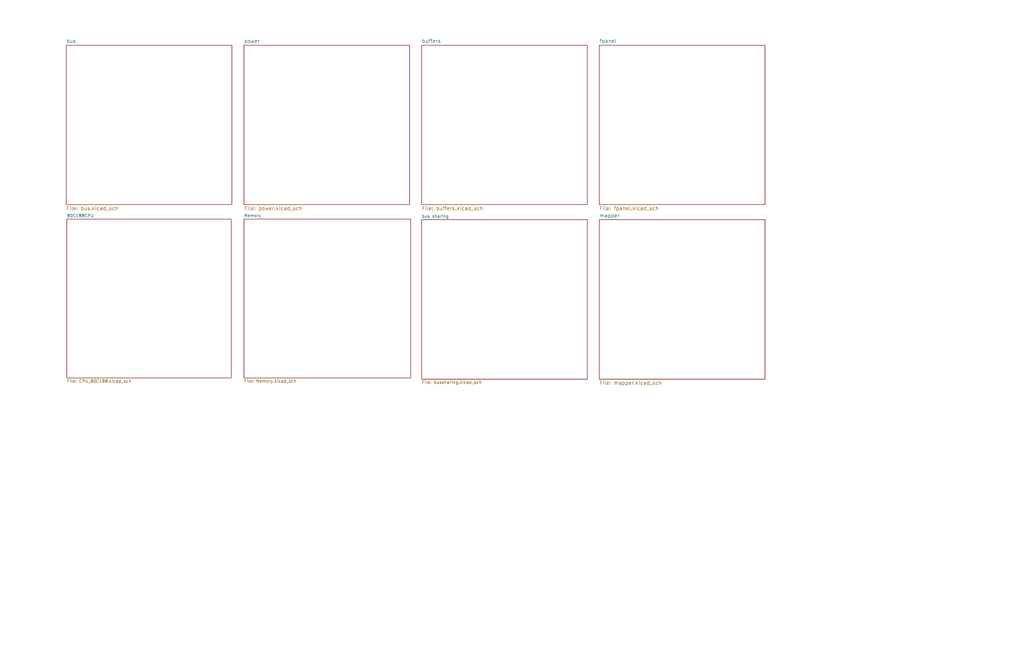
<source format=kicad_sch>
(kicad_sch (version 20211123) (generator eeschema)

  (uuid 18cdbc1e-88fb-4fa4-ad3d-e978304be174)

  (paper "B")

  (title_block
    (title "Duodyne 80C188 CPU board")
    (date "2024-07-05")
    (rev "V0.5")
    (comment 1 "Based on a design by John R Coffman. ")
    (comment 2 " RetroBrew Computer Group")
  )

  (lib_symbols
  )


  (sheet (at 252.73 92.71) (size 69.85 67.31) (fields_autoplaced)
    (stroke (width 0) (type solid) (color 0 0 0 0))
    (fill (color 0 0 0 0.0000))
    (uuid 00000000-0000-0000-0000-000064122c47)
    (property "Sheet name" "mapper" (id 0) (at 252.73 91.8714 0)
      (effects (font (size 1.524 1.524)) (justify left bottom))
    )
    (property "Sheet file" "mapper.kicad_sch" (id 1) (at 252.73 160.7062 0)
      (effects (font (size 1.524 1.524)) (justify left top))
    )
  )

  (sheet (at 252.73 19.05) (size 69.85 67.31) (fields_autoplaced)
    (stroke (width 0) (type solid) (color 0 0 0 0))
    (fill (color 0 0 0 0.0000))
    (uuid 00000000-0000-0000-0000-000064137070)
    (property "Sheet name" "fpanel" (id 0) (at 252.73 18.2114 0)
      (effects (font (size 1.524 1.524)) (justify left bottom))
    )
    (property "Sheet file" "fpanel.kicad_sch" (id 1) (at 252.73 87.0462 0)
      (effects (font (size 1.524 1.524)) (justify left top))
    )
  )

  (sheet (at 27.94 19.05) (size 69.85 67.31) (fields_autoplaced)
    (stroke (width 0) (type solid) (color 0 0 0 0))
    (fill (color 0 0 0 0.0000))
    (uuid 00000000-0000-0000-0000-00006416c532)
    (property "Sheet name" "bus" (id 0) (at 27.94 18.2114 0)
      (effects (font (size 1.524 1.524)) (justify left bottom))
    )
    (property "Sheet file" "bus.kicad_sch" (id 1) (at 27.94 87.0462 0)
      (effects (font (size 1.524 1.524)) (justify left top))
    )
  )

  (sheet (at 102.87 19.05) (size 69.85 67.31) (fields_autoplaced)
    (stroke (width 0) (type solid) (color 0 0 0 0))
    (fill (color 0 0 0 0.0000))
    (uuid 00000000-0000-0000-0000-0000643138dc)
    (property "Sheet name" "power" (id 0) (at 102.87 18.2114 0)
      (effects (font (size 1.524 1.524)) (justify left bottom))
    )
    (property "Sheet file" "power.kicad_sch" (id 1) (at 102.87 87.0462 0)
      (effects (font (size 1.524 1.524)) (justify left top))
    )
  )

  (sheet (at 177.8 19.05) (size 69.85 67.31) (fields_autoplaced)
    (stroke (width 0) (type solid) (color 0 0 0 0))
    (fill (color 0 0 0 0.0000))
    (uuid 00000000-0000-0000-0000-00006439f52f)
    (property "Sheet name" "buffers" (id 0) (at 177.8 18.2114 0)
      (effects (font (size 1.524 1.524)) (justify left bottom))
    )
    (property "Sheet file" "buffers.kicad_sch" (id 1) (at 177.8 87.0462 0)
      (effects (font (size 1.524 1.524)) (justify left top))
    )
  )

  (sheet (at 102.87 92.456) (size 70.358 67.056) (fields_autoplaced)
    (stroke (width 0.1524) (type solid) (color 0 0 0 0))
    (fill (color 0 0 0 0.0000))
    (uuid e7cefb8c-d5b9-486e-b61d-a6f82477bf42)
    (property "Sheet name" "Memory" (id 0) (at 102.87 91.7444 0)
      (effects (font (size 1.27 1.27)) (justify left bottom))
    )
    (property "Sheet file" "Memory.kicad_sch" (id 1) (at 102.87 160.0966 0)
      (effects (font (size 1.27 1.27)) (justify left top))
    )
  )

  (sheet (at 28.194 92.456) (size 69.342 67.056) (fields_autoplaced)
    (stroke (width 0.1524) (type solid) (color 0 0 0 0))
    (fill (color 0 0 0 0.0000))
    (uuid edc707a1-60a3-4a9d-8d16-4671343a7607)
    (property "Sheet name" "80C188CPU" (id 0) (at 28.194 91.7444 0)
      (effects (font (size 1.27 1.27)) (justify left bottom))
    )
    (property "Sheet file" "CPU_80C188.kicad_sch" (id 1) (at 28.194 160.0966 0)
      (effects (font (size 1.27 1.27)) (justify left top))
    )
  )

  (sheet (at 177.8 92.71) (size 69.85 67.31) (fields_autoplaced)
    (stroke (width 0.1524) (type solid) (color 0 0 0 0))
    (fill (color 0 0 0 0.0000))
    (uuid ff72463c-5183-4732-aac6-18e75b0f54a5)
    (property "Sheet name" "bus sharing" (id 0) (at 177.8 91.9984 0)
      (effects (font (size 1.27 1.27)) (justify left bottom))
    )
    (property "Sheet file" "bussharing.kicad_sch" (id 1) (at 177.8 160.6046 0)
      (effects (font (size 1.27 1.27)) (justify left top))
    )
  )

  (sheet_instances
    (path "/" (page "1"))
    (path "/00000000-0000-0000-0000-00006416c532" (page "2"))
    (path "/00000000-0000-0000-0000-0000643138dc" (page "4"))
    (path "/00000000-0000-0000-0000-00006439f52f" (page "6"))
    (path "/00000000-0000-0000-0000-000064137070" (page "8"))
    (path "/ff72463c-5183-4732-aac6-18e75b0f54a5" (page "9"))
    (path "/edc707a1-60a3-4a9d-8d16-4671343a7607" (page "10"))
    (path "/e7cefb8c-d5b9-486e-b61d-a6f82477bf42" (page "10"))
    (path "/00000000-0000-0000-0000-000064122c47" (page "11"))
  )

  (symbol_instances
    (path "/00000000-0000-0000-0000-0000643138dc/00000000-0000-0000-0000-0000677ee733"
      (reference "#FLG01") (unit 1) (value "PWR_FLAG") (footprint "")
    )
    (path "/00000000-0000-0000-0000-0000643138dc/00000000-0000-0000-0000-0000677eae37"
      (reference "#FLG02") (unit 1) (value "PWR_FLAG") (footprint "")
    )
    (path "/00000000-0000-0000-0000-0000643138dc/00000000-0000-0000-0000-000061bf5d9e"
      (reference "#FLG06") (unit 1) (value "PWR_FLAG") (footprint "")
    )
    (path "/00000000-0000-0000-0000-0000643138dc/00000000-0000-0000-0000-000061c30931"
      (reference "#FLG07") (unit 1) (value "PWR_FLAG") (footprint "")
    )
    (path "/edc707a1-60a3-4a9d-8d16-4671343a7607/f7dfea30-7baa-411d-b882-cfa84c338777"
      (reference "#PWR01") (unit 1) (value "GND") (footprint "")
    )
    (path "/edc707a1-60a3-4a9d-8d16-4671343a7607/7172d41a-1090-4a4b-88c1-21b33d71d23a"
      (reference "#PWR02") (unit 1) (value "VCC") (footprint "")
    )
    (path "/edc707a1-60a3-4a9d-8d16-4671343a7607/6b437f48-685e-4afc-8fcc-6d33defa5ed9"
      (reference "#PWR03") (unit 1) (value "GND") (footprint "")
    )
    (path "/00000000-0000-0000-0000-000064137070/1fa9337f-010a-42f5-924c-c89fe2bcc237"
      (reference "#PWR04") (unit 1) (value "VCC") (footprint "")
    )
    (path "/00000000-0000-0000-0000-0000643138dc/00000000-0000-0000-0000-000064060f28"
      (reference "#PWR014") (unit 1) (value "VCC") (footprint "")
    )
    (path "/00000000-0000-0000-0000-000064122c47/377aafc5-e54a-4376-b8ba-9bf6b95e9aef"
      (reference "#PWR018") (unit 1) (value "VCC") (footprint "")
    )
    (path "/00000000-0000-0000-0000-000064122c47/97596c84-27ce-4048-a699-e4872fc03342"
      (reference "#PWR020") (unit 1) (value "GND") (footprint "")
    )
    (path "/00000000-0000-0000-0000-000064122c47/199b0506-d0a3-4fbe-aa49-c65d328dcd66"
      (reference "#PWR022") (unit 1) (value "VCC") (footprint "")
    )
    (path "/00000000-0000-0000-0000-000064122c47/6c391d53-edeb-4e58-83b2-b0886de13f87"
      (reference "#PWR023") (unit 1) (value "VCC") (footprint "")
    )
    (path "/00000000-0000-0000-0000-0000643138dc/00000000-0000-0000-0000-00006404b16d"
      (reference "#PWR037") (unit 1) (value "GND") (footprint "")
    )
    (path "/00000000-0000-0000-0000-0000643138dc/00000000-0000-0000-0000-0000678b4d3c"
      (reference "#PWR040") (unit 1) (value "GND") (footprint "")
    )
    (path "/00000000-0000-0000-0000-0000643138dc/00000000-0000-0000-0000-00006078f299"
      (reference "#PWR075") (unit 1) (value "VCC") (footprint "")
    )
    (path "/00000000-0000-0000-0000-0000643138dc/00000000-0000-0000-0000-00005dc72f1a"
      (reference "#PWR077") (unit 1) (value "GND") (footprint "")
    )
    (path "/00000000-0000-0000-0000-000064122c47/92e12f30-9119-464c-9e1d-d0e8dab21a99"
      (reference "#PWR0101") (unit 1) (value "VCC") (footprint "")
    )
    (path "/00000000-0000-0000-0000-000064122c47/e4ad8ad5-bf21-4fa5-9daf-f915b368d4da"
      (reference "#PWR0102") (unit 1) (value "GND") (footprint "")
    )
    (path "/ff72463c-5183-4732-aac6-18e75b0f54a5/021a36b7-9b9d-44b8-9f8e-190006634ff6"
      (reference "#PWR0104") (unit 1) (value "GND") (footprint "")
    )
    (path "/ff72463c-5183-4732-aac6-18e75b0f54a5/72aba676-917b-4589-a106-e581b32a66a1"
      (reference "#PWR0105") (unit 1) (value "GND") (footprint "")
    )
    (path "/ff72463c-5183-4732-aac6-18e75b0f54a5/b8719e59-7a0a-4ba6-991f-41f58e94fcb1"
      (reference "#PWR0107") (unit 1) (value "GND") (footprint "")
    )
    (path "/ff72463c-5183-4732-aac6-18e75b0f54a5/c8b96d55-a0cf-4268-884f-06641b006db4"
      (reference "#PWR0108") (unit 1) (value "GND") (footprint "")
    )
    (path "/ff72463c-5183-4732-aac6-18e75b0f54a5/ed69963f-027d-4792-9372-6a6ffaf51f59"
      (reference "#PWR0109") (unit 1) (value "VCC") (footprint "")
    )
    (path "/edc707a1-60a3-4a9d-8d16-4671343a7607/177798ab-d6f3-4d3a-b4e3-04a750f61c3f"
      (reference "#PWR0110") (unit 1) (value "VCC") (footprint "")
    )
    (path "/ff72463c-5183-4732-aac6-18e75b0f54a5/af7728e2-77a6-42e1-b83b-74b73a641017"
      (reference "#PWR0111") (unit 1) (value "VCC") (footprint "")
    )
    (path "/edc707a1-60a3-4a9d-8d16-4671343a7607/6e0bbeee-065f-4dd8-bcc0-3bbe2c237ea0"
      (reference "#PWR0112") (unit 1) (value "GND") (footprint "")
    )
    (path "/00000000-0000-0000-0000-0000643138dc/00000000-0000-0000-0000-000074740b2a"
      (reference "#PWR0113") (unit 1) (value "VCC") (footprint "")
    )
    (path "/00000000-0000-0000-0000-0000643138dc/00000000-0000-0000-0000-000074741222"
      (reference "#PWR0114") (unit 1) (value "GND") (footprint "")
    )
    (path "/00000000-0000-0000-0000-0000643138dc/00000000-0000-0000-0000-0000748148d0"
      (reference "#PWR0115") (unit 1) (value "GND") (footprint "")
    )
    (path "/00000000-0000-0000-0000-0000643138dc/00000000-0000-0000-0000-000074815b64"
      (reference "#PWR0116") (unit 1) (value "VCC") (footprint "")
    )
    (path "/00000000-0000-0000-0000-0000643138dc/00000000-0000-0000-0000-00006423b698"
      (reference "#PWR0117") (unit 1) (value "GND") (footprint "")
    )
    (path "/ff72463c-5183-4732-aac6-18e75b0f54a5/3988311e-1352-4128-8383-d63210834c7f"
      (reference "#PWR0118") (unit 1) (value "VCC") (footprint "")
    )
    (path "/edc707a1-60a3-4a9d-8d16-4671343a7607/626da4b7-b5e3-4679-b59c-86005f0969c2"
      (reference "#PWR0120") (unit 1) (value "VCC") (footprint "")
    )
    (path "/edc707a1-60a3-4a9d-8d16-4671343a7607/9ff539f7-2fbd-4ad7-96b5-bb9e049e9ebf"
      (reference "#PWR0121") (unit 1) (value "VCC") (footprint "")
    )
    (path "/00000000-0000-0000-0000-00006439f52f/8c03795a-22e8-47e1-bc5f-643f085f7c4d"
      (reference "#PWR0122") (unit 1) (value "GND") (footprint "")
    )
    (path "/edc707a1-60a3-4a9d-8d16-4671343a7607/e9c41b58-98af-4125-954a-843f4fa8576c"
      (reference "#PWR0123") (unit 1) (value "GND") (footprint "")
    )
    (path "/edc707a1-60a3-4a9d-8d16-4671343a7607/82ab6366-370a-42c1-921b-3095fa6492d9"
      (reference "#PWR0124") (unit 1) (value "GND") (footprint "")
    )
    (path "/00000000-0000-0000-0000-00006439f52f/e50cf33d-e0e1-46ee-83a8-d61a622d486b"
      (reference "#PWR0125") (unit 1) (value "VCC") (footprint "")
    )
    (path "/00000000-0000-0000-0000-00006439f52f/6adef5d3-7f9e-4968-bfc6-4fa1a838c830"
      (reference "#PWR0126") (unit 1) (value "GND") (footprint "")
    )
    (path "/00000000-0000-0000-0000-00006439f52f/ee97e33d-20f9-423a-8cb7-34e2e4eb3f05"
      (reference "#PWR0127") (unit 1) (value "GND") (footprint "")
    )
    (path "/00000000-0000-0000-0000-00006439f52f/30e92551-deac-4268-9588-3943223f34b3"
      (reference "#PWR0128") (unit 1) (value "VCC") (footprint "")
    )
    (path "/00000000-0000-0000-0000-00006439f52f/9c9b87db-5b91-455b-b8f5-590b5cafaff4"
      (reference "#PWR0129") (unit 1) (value "VCC") (footprint "")
    )
    (path "/00000000-0000-0000-0000-00006439f52f/ea19a89f-283f-4be7-9101-5cc369b0f5f7"
      (reference "#PWR0130") (unit 1) (value "GND") (footprint "")
    )
    (path "/00000000-0000-0000-0000-00006439f52f/fa4d699e-2f89-4a08-9eb7-de4de0151153"
      (reference "#PWR0131") (unit 1) (value "VCC") (footprint "")
    )
    (path "/00000000-0000-0000-0000-00006439f52f/1d441c73-07a2-44b9-b15d-382b055db6e0"
      (reference "#PWR0132") (unit 1) (value "GND") (footprint "")
    )
    (path "/00000000-0000-0000-0000-00006439f52f/91e635c1-3002-4732-bbea-36fc1058cc78"
      (reference "#PWR0133") (unit 1) (value "VCC") (footprint "")
    )
    (path "/00000000-0000-0000-0000-00006439f52f/5dde0f64-72f3-45b9-9192-118c640fe386"
      (reference "#PWR0134") (unit 1) (value "VCC") (footprint "")
    )
    (path "/00000000-0000-0000-0000-00006439f52f/65a14602-5bd5-4b39-b422-b109c4c828b2"
      (reference "#PWR0135") (unit 1) (value "VCC") (footprint "")
    )
    (path "/edc707a1-60a3-4a9d-8d16-4671343a7607/504e503b-5115-42df-9360-a6a74264b103"
      (reference "#PWR0136") (unit 1) (value "VCC") (footprint "")
    )
    (path "/00000000-0000-0000-0000-000064122c47/7e43d00e-1594-437d-ab73-c8c181f0233d"
      (reference "#PWR0137") (unit 1) (value "GND") (footprint "")
    )
    (path "/00000000-0000-0000-0000-000064122c47/1e3d037c-aed3-4a1f-86e9-4c25c6422623"
      (reference "#PWR0138") (unit 1) (value "VCC") (footprint "")
    )
    (path "/00000000-0000-0000-0000-000064122c47/9a52d8eb-d85e-4fc6-9419-afb882abe72b"
      (reference "#PWR0139") (unit 1) (value "VCC") (footprint "")
    )
    (path "/00000000-0000-0000-0000-00006439f52f/cc0d0eed-0ecc-45e4-afc1-67c0f558c050"
      (reference "#PWR0140") (unit 1) (value "GND") (footprint "")
    )
    (path "/00000000-0000-0000-0000-000064137070/00000000-0000-0000-0000-00006417294b"
      (reference "#PWR0141") (unit 1) (value "GND") (footprint "")
    )
    (path "/00000000-0000-0000-0000-000064137070/00000000-0000-0000-0000-000064172957"
      (reference "#PWR0142") (unit 1) (value "VCC") (footprint "")
    )
    (path "/00000000-0000-0000-0000-000064137070/00000000-0000-0000-0000-000064172992"
      (reference "#PWR0143") (unit 1) (value "VCC") (footprint "")
    )
    (path "/00000000-0000-0000-0000-000064137070/00000000-0000-0000-0000-0000641729c1"
      (reference "#PWR0144") (unit 1) (value "GND") (footprint "")
    )
    (path "/00000000-0000-0000-0000-000064137070/00000000-0000-0000-0000-0000641729c7"
      (reference "#PWR0145") (unit 1) (value "VCC") (footprint "")
    )
    (path "/00000000-0000-0000-0000-00006439f52f/3b97d0b0-0cf6-41c0-99a6-8b6929c4e91a"
      (reference "#PWR0146") (unit 1) (value "VCC") (footprint "")
    )
    (path "/00000000-0000-0000-0000-000064122c47/ceca4ddd-37ab-4977-958a-af9f64295623"
      (reference "#PWR0147") (unit 1) (value "VCC") (footprint "")
    )
    (path "/00000000-0000-0000-0000-000064122c47/8d54a8e8-0c11-4e77-81e7-b67e6db4ddba"
      (reference "#PWR0148") (unit 1) (value "VCC") (footprint "")
    )
    (path "/00000000-0000-0000-0000-000064122c47/ee154416-1a20-43c6-bbea-2aac8ddaee24"
      (reference "#PWR0149") (unit 1) (value "GND") (footprint "")
    )
    (path "/00000000-0000-0000-0000-000064122c47/c79fef94-0222-4d75-8130-18c63f2f43dc"
      (reference "#PWR0150") (unit 1) (value "GND") (footprint "")
    )
    (path "/00000000-0000-0000-0000-000064122c47/675bddb5-26d2-40ff-85f9-25df473233b3"
      (reference "#PWR0151") (unit 1) (value "VCC") (footprint "")
    )
    (path "/00000000-0000-0000-0000-000064122c47/d0c99a19-8995-4a10-9da7-3ab30d6b877f"
      (reference "#PWR0152") (unit 1) (value "VCC") (footprint "")
    )
    (path "/edc707a1-60a3-4a9d-8d16-4671343a7607/a83e81c2-d1a5-4707-891e-9c5585ca4388"
      (reference "#PWR0153") (unit 1) (value "GND") (footprint "")
    )
    (path "/edc707a1-60a3-4a9d-8d16-4671343a7607/60dfd3e1-73e1-4528-b5f6-6ce4b521ae7d"
      (reference "#PWR0154") (unit 1) (value "VCC") (footprint "")
    )
    (path "/edc707a1-60a3-4a9d-8d16-4671343a7607/00000000-0000-0000-0000-00005e12ed67"
      (reference "#PWR0203") (unit 1) (value "VCC") (footprint "")
    )
    (path "/e7cefb8c-d5b9-486e-b61d-a6f82477bf42/00000000-0000-0000-0000-00005df762b7"
      (reference "#PWR0401") (unit 1) (value "VCC") (footprint "")
    )
    (path "/00000000-0000-0000-0000-0000643138dc/00000000-0000-0000-0000-000066ef3cb5"
      (reference "C2") (unit 1) (value "0.1u") (footprint "Capacitor_THT:C_Disc_D5.0mm_W2.5mm_P5.00mm")
    )
    (path "/00000000-0000-0000-0000-0000643138dc/00000000-0000-0000-0000-000066ef3cb6"
      (reference "C3") (unit 1) (value "0.1u") (footprint "Capacitor_THT:C_Disc_D5.0mm_W2.5mm_P5.00mm")
    )
    (path "/00000000-0000-0000-0000-0000643138dc/00000000-0000-0000-0000-000066ef3cb7"
      (reference "C4") (unit 1) (value "0.1u") (footprint "Capacitor_THT:C_Disc_D5.0mm_W2.5mm_P5.00mm")
    )
    (path "/00000000-0000-0000-0000-0000643138dc/00000000-0000-0000-0000-000066ef3cb8"
      (reference "C5") (unit 1) (value "0.1u") (footprint "Capacitor_THT:C_Disc_D5.0mm_W2.5mm_P5.00mm")
    )
    (path "/00000000-0000-0000-0000-0000643138dc/00000000-0000-0000-0000-000066ef3cb9"
      (reference "C6") (unit 1) (value "0.1u") (footprint "Capacitor_THT:C_Disc_D5.0mm_W2.5mm_P5.00mm")
    )
    (path "/00000000-0000-0000-0000-0000643138dc/00000000-0000-0000-0000-000066ef3cb0"
      (reference "C8") (unit 1) (value "0.1u") (footprint "Capacitor_THT:C_Disc_D5.0mm_W2.5mm_P5.00mm")
    )
    (path "/00000000-0000-0000-0000-0000643138dc/00000000-0000-0000-0000-0000604aaf75"
      (reference "C9") (unit 1) (value "0.1u") (footprint "Capacitor_THT:C_Disc_D5.0mm_W2.5mm_P5.00mm")
    )
    (path "/00000000-0000-0000-0000-0000643138dc/00000000-0000-0000-0000-0000604aaf7b"
      (reference "C10") (unit 1) (value "0.1u") (footprint "Capacitor_THT:C_Disc_D5.0mm_W2.5mm_P5.00mm")
    )
    (path "/00000000-0000-0000-0000-0000643138dc/00000000-0000-0000-0000-0000604aaf81"
      (reference "C11") (unit 1) (value "0.1u") (footprint "Capacitor_THT:C_Disc_D5.0mm_W2.5mm_P5.00mm")
    )
    (path "/00000000-0000-0000-0000-0000643138dc/00000000-0000-0000-0000-0000604aaf87"
      (reference "C12") (unit 1) (value "0.1u") (footprint "Capacitor_THT:C_Disc_D5.0mm_W2.5mm_P5.00mm")
    )
    (path "/00000000-0000-0000-0000-0000643138dc/00000000-0000-0000-0000-0000619d49ce"
      (reference "C13") (unit 1) (value "0.1u") (footprint "Capacitor_THT:C_Disc_D5.0mm_W2.5mm_P5.00mm")
    )
    (path "/00000000-0000-0000-0000-0000643138dc/00000000-0000-0000-0000-0000619d4c6a"
      (reference "C14") (unit 1) (value "0.1u") (footprint "Capacitor_THT:C_Disc_D5.0mm_W2.5mm_P5.00mm")
    )
    (path "/00000000-0000-0000-0000-0000643138dc/00000000-0000-0000-0000-000063a0f723"
      (reference "C15") (unit 1) (value "0.1u") (footprint "Capacitor_THT:C_Disc_D5.0mm_W2.5mm_P5.00mm")
    )
    (path "/00000000-0000-0000-0000-0000643138dc/00000000-0000-0000-0000-0000621873dc"
      (reference "C16") (unit 1) (value "0.1u") (footprint "Capacitor_THT:C_Disc_D5.0mm_W2.5mm_P5.00mm")
    )
    (path "/00000000-0000-0000-0000-0000643138dc/00000000-0000-0000-0000-0000603a8e72"
      (reference "C17") (unit 1) (value "0.1u") (footprint "Capacitor_THT:C_Disc_D5.0mm_W2.5mm_P5.00mm")
    )
    (path "/00000000-0000-0000-0000-0000643138dc/00000000-0000-0000-0000-0000603a8ed5"
      (reference "C18") (unit 1) (value "0.1u") (footprint "Capacitor_THT:C_Disc_D5.0mm_W2.5mm_P5.00mm")
    )
    (path "/00000000-0000-0000-0000-0000643138dc/00000000-0000-0000-0000-0000603a8f23"
      (reference "C19") (unit 1) (value "0.1u") (footprint "Capacitor_THT:C_Disc_D5.0mm_W2.5mm_P5.00mm")
    )
    (path "/00000000-0000-0000-0000-0000643138dc/00000000-0000-0000-0000-0000603a8f29"
      (reference "C20") (unit 1) (value "0.1u") (footprint "Capacitor_THT:C_Disc_D5.0mm_W2.5mm_P5.00mm")
    )
    (path "/00000000-0000-0000-0000-0000643138dc/00000000-0000-0000-0000-0000603a8fa5"
      (reference "C21") (unit 1) (value "0.1u") (footprint "Capacitor_THT:C_Disc_D5.0mm_W2.5mm_P5.00mm")
    )
    (path "/00000000-0000-0000-0000-0000643138dc/00000000-0000-0000-0000-0000603a8fab"
      (reference "C22") (unit 1) (value "0.1u") (footprint "Capacitor_THT:C_Disc_D5.0mm_W2.5mm_P5.00mm")
    )
    (path "/00000000-0000-0000-0000-0000643138dc/00000000-0000-0000-0000-00006039a89e"
      (reference "C23") (unit 1) (value "0.1u") (footprint "Capacitor_THT:C_Disc_D5.0mm_W2.5mm_P5.00mm")
    )
    (path "/00000000-0000-0000-0000-0000643138dc/00000000-0000-0000-0000-0000604fab57"
      (reference "C24") (unit 1) (value "0.1u") (footprint "Capacitor_THT:C_Disc_D5.0mm_W2.5mm_P5.00mm")
    )
    (path "/00000000-0000-0000-0000-0000643138dc/00000000-0000-0000-0000-00006039bd2a"
      (reference "C25") (unit 1) (value "10u") (footprint "Capacitor_THT:CP_Radial_D5.0mm_P2.50mm")
    )
    (path "/00000000-0000-0000-0000-0000643138dc/00000000-0000-0000-0000-000066ef3cb2"
      (reference "C26") (unit 1) (value "10u") (footprint "Capacitor_THT:CP_Radial_D5.0mm_P2.50mm")
    )
    (path "/00000000-0000-0000-0000-0000643138dc/00000000-0000-0000-0000-000066ef3cb1"
      (reference "C27") (unit 1) (value "10u") (footprint "Capacitor_THT:CP_Radial_D5.0mm_P2.50mm")
    )
    (path "/00000000-0000-0000-0000-0000643138dc/00000000-0000-0000-0000-0000603a3d80"
      (reference "C28") (unit 1) (value "10u") (footprint "Capacitor_THT:CP_Radial_D5.0mm_P2.50mm")
    )
    (path "/00000000-0000-0000-0000-0000643138dc/00000000-0000-0000-0000-00006046282a"
      (reference "C29") (unit 1) (value "22u") (footprint "Capacitor_THT:CP_Radial_D5.0mm_P2.50mm")
    )
    (path "/00000000-0000-0000-0000-0000643138dc/00000000-0000-0000-0000-000064409848"
      (reference "C30") (unit 1) (value "0.1u") (footprint "Capacitor_THT:C_Disc_D5.0mm_W2.5mm_P5.00mm")
    )
    (path "/00000000-0000-0000-0000-0000643138dc/00000000-0000-0000-0000-00006440984e"
      (reference "C31") (unit 1) (value "0.1u") (footprint "Capacitor_THT:C_Disc_D5.0mm_W2.5mm_P5.00mm")
    )
    (path "/00000000-0000-0000-0000-0000643138dc/00000000-0000-0000-0000-000064409854"
      (reference "C32") (unit 1) (value "0.1u") (footprint "Capacitor_THT:C_Disc_D5.0mm_W2.5mm_P5.00mm")
    )
    (path "/00000000-0000-0000-0000-0000643138dc/00000000-0000-0000-0000-00006440985a"
      (reference "C33") (unit 1) (value "0.1u") (footprint "Capacitor_THT:C_Disc_D5.0mm_W2.5mm_P5.00mm")
    )
    (path "/00000000-0000-0000-0000-0000643138dc/00000000-0000-0000-0000-000064409860"
      (reference "C34") (unit 1) (value "0.1u") (footprint "Capacitor_THT:C_Disc_D5.0mm_W2.5mm_P5.00mm")
    )
    (path "/00000000-0000-0000-0000-0000643138dc/00000000-0000-0000-0000-00006436dac6"
      (reference "C35") (unit 1) (value "0.1u") (footprint "Capacitor_THT:C_Disc_D5.0mm_W2.5mm_P5.00mm")
    )
    (path "/00000000-0000-0000-0000-0000643138dc/00000000-0000-0000-0000-00006067ab82"
      (reference "C36") (unit 1) (value "0.1u") (footprint "Capacitor_THT:C_Disc_D5.0mm_W2.5mm_P5.00mm")
    )
    (path "/00000000-0000-0000-0000-0000643138dc/00000000-0000-0000-0000-00006067ab88"
      (reference "C37") (unit 1) (value "0.1u") (footprint "Capacitor_THT:C_Disc_D5.0mm_W2.5mm_P5.00mm")
    )
    (path "/00000000-0000-0000-0000-0000643138dc/00000000-0000-0000-0000-00006067ab8e"
      (reference "C38") (unit 1) (value "0.1u") (footprint "Capacitor_THT:C_Disc_D5.0mm_W2.5mm_P5.00mm")
    )
    (path "/00000000-0000-0000-0000-0000643138dc/00000000-0000-0000-0000-000064376ff9"
      (reference "C39") (unit 1) (value "0.1u") (footprint "Capacitor_THT:C_Disc_D5.0mm_W2.5mm_P5.00mm")
    )
    (path "/00000000-0000-0000-0000-0000643138dc/1852e14f-4b7c-4953-8076-6d8ca6e51eb3"
      (reference "C40") (unit 1) (value "0.1u") (footprint "Capacitor_THT:C_Disc_D5.0mm_W2.5mm_P5.00mm")
    )
    (path "/00000000-0000-0000-0000-0000643138dc/00000000-0000-0000-0000-00005ec2d28f"
      (reference "C46") (unit 1) (value "47uF") (footprint "Capacitor_THT:CP_Radial_D5.0mm_P2.50mm")
    )
    (path "/edc707a1-60a3-4a9d-8d16-4671343a7607/d42a8d68-6c1d-48fd-b8c5-9b4a13b97915"
      (reference "D1") (unit 1) (value "LED") (footprint "LED_THT:LED_D3.0mm_Horizontal_O3.81mm_Z2.0mm")
    )
    (path "/edc707a1-60a3-4a9d-8d16-4671343a7607/a322a49c-f56b-4f98-b51f-ef01211bf0e8"
      (reference "D2") (unit 1) (value "LED") (footprint "LED_THT:LED_D3.0mm_Horizontal_O3.81mm_Z2.0mm")
    )
    (path "/edc707a1-60a3-4a9d-8d16-4671343a7607/65a4a9b3-233f-4e4a-9536-a3b65d4b97d1"
      (reference "D3") (unit 1) (value "LED") (footprint "LED_THT:LED_D3.0mm_Horizontal_O3.81mm_Z2.0mm")
    )
    (path "/ff72463c-5183-4732-aac6-18e75b0f54a5/5755ef8b-e2f8-449d-8c67-f664738a44cf"
      (reference "D4") (unit 1) (value "80C188") (footprint "LED_THT:LED_D3.0mm_Horizontal_O3.81mm_Z2.0mm")
    )
    (path "/edc707a1-60a3-4a9d-8d16-4671343a7607/f6cc0b3f-d9c6-456a-b226-43bda15c8939"
      (reference "D5") (unit 1) (value "LED") (footprint "LED_THT:LED_D3.0mm_Horizontal_O3.81mm_Z2.0mm")
    )
    (path "/edc707a1-60a3-4a9d-8d16-4671343a7607/924a3e3b-4e0d-4760-888e-3c7662681a68"
      (reference "D6") (unit 1) (value "1N4148") (footprint "Diode_THT:D_DO-35_SOD27_P7.62mm_Horizontal")
    )
    (path "/00000000-0000-0000-0000-0000643138dc/00000000-0000-0000-0000-000069da04ba"
      (reference "D7") (unit 1) (value "LED") (footprint "LED_THT:LED_D3.0mm_Horizontal_O3.81mm_Z2.0mm")
    )
    (path "/00000000-0000-0000-0000-000064122c47/7b743913-b267-477b-9c55-07fdeb135016"
      (reference "D8") (unit 1) (value "LED") (footprint "LED_THT:LED_D3.0mm_Horizontal_O3.81mm_Z2.0mm")
    )
    (path "/00000000-0000-0000-0000-000064122c47/17929d5a-0e2b-4d15-a417-3870dad7c514"
      (reference "D9") (unit 1) (value "LED") (footprint "LED_THT:LED_D3.0mm_Horizontal_O3.81mm_Z2.0mm")
    )
    (path "/00000000-0000-0000-0000-000064122c47/a3052236-8e37-4798-bccd-df1d2408b8b5"
      (reference "D10") (unit 1) (value "LED") (footprint "LED_THT:LED_D3.0mm_Horizontal_O3.81mm_Z2.0mm")
    )
    (path "/00000000-0000-0000-0000-000064122c47/bfd88dfa-403b-4fe2-88a6-87ebf16f392b"
      (reference "D11") (unit 1) (value "LED") (footprint "LED_THT:LED_D3.0mm_Horizontal_O3.81mm_Z2.0mm")
    )
    (path "/00000000-0000-0000-0000-000064122c47/ebd3cc7b-79d1-4926-b66a-d5533825fb30"
      (reference "D12") (unit 1) (value "LED") (footprint "LED_THT:LED_D3.0mm_Horizontal_O3.81mm_Z2.0mm")
    )
    (path "/00000000-0000-0000-0000-0000643138dc/00000000-0000-0000-0000-0000640ace56"
      (reference "H1") (unit 1) (value "MountingHole") (footprint "MountingHole:MountingHole_3.2mm_M3_Pad")
    )
    (path "/00000000-0000-0000-0000-0000643138dc/00000000-0000-0000-0000-000063eab760"
      (reference "H2") (unit 1) (value "MountingHole") (footprint "MountingHole:MountingHole_3.2mm_M3_Pad")
    )
    (path "/ff72463c-5183-4732-aac6-18e75b0f54a5/07cf95ae-0d39-4777-86e1-52ddd6ffdada"
      (reference "J1") (unit 1) (value "IO Address Select") (footprint "Connector_PinHeader_2.54mm:PinHeader_2x08_P2.54mm_Vertical")
    )
    (path "/ff72463c-5183-4732-aac6-18e75b0f54a5/ccdb0986-66fd-45c0-b020-9f08c2cfb945"
      (reference "J2") (unit 1) (value "80C188 RESET") (footprint "Connector_PinHeader_2.54mm:PinHeader_1x03_P2.54mm_Horizontal")
    )
    (path "/ff72463c-5183-4732-aac6-18e75b0f54a5/59e4b649-c943-4500-8e90-5772679f08ed"
      (reference "J3") (unit 1) (value "80C188 ONLY") (footprint "Connector_PinHeader_2.54mm:PinHeader_1x03_P2.54mm_Horizontal")
    )
    (path "/edc707a1-60a3-4a9d-8d16-4671343a7607/f72e5b56-7e0c-4350-a6bb-b8d8c5723661"
      (reference "J4") (unit 1) (value "RES SEL") (footprint "Connector_PinHeader_2.54mm:PinHeader_1x02_P2.54mm_Vertical")
    )
    (path "/00000000-0000-0000-0000-00006439f52f/5ada928f-575d-4043-b021-0215e5a96b1c"
      (reference "J5") (unit 1) (value "NMI Selection") (footprint "Connector_PinHeader_2.54mm:PinHeader_2x09_P2.54mm_Vertical")
    )
    (path "/00000000-0000-0000-0000-00006439f52f/12d16fd4-a73f-472e-bf16-4c512ee9f758"
      (reference "J6") (unit 1) (value "INT1 Selection") (footprint "Connector_PinHeader_2.54mm:PinHeader_2x09_P2.54mm_Vertical")
    )
    (path "/00000000-0000-0000-0000-000064122c47/77578e7c-19aa-4cc0-9ec1-ffea4866f738"
      (reference "J7") (unit 1) (value "I2C IRQ Selection") (footprint "Connector_PinHeader_2.54mm:PinHeader_2x09_P2.54mm_Vertical")
    )
    (path "/00000000-0000-0000-0000-000064122c47/1e186278-ab59-4e96-8e8c-f91484277eb8"
      (reference "J8") (unit 1) (value "UART IRQ Selection") (footprint "Connector_PinHeader_2.54mm:PinHeader_2x09_P2.54mm_Vertical")
    )
    (path "/00000000-0000-0000-0000-00006439f52f/5e1dda24-162e-4d56-8311-415b58747d8b"
      (reference "J9") (unit 1) (value "INT Selection") (footprint "Connector_PinHeader_2.54mm:PinHeader_2x09_P2.54mm_Vertical")
    )
    (path "/00000000-0000-0000-0000-00006439f52f/5a59a0f9-30fc-4ba4-9a6a-c46b73468ce5"
      (reference "J10") (unit 1) (value "INT2 Selection") (footprint "Connector_PinHeader_2.54mm:PinHeader_2x09_P2.54mm_Vertical")
    )
    (path "/00000000-0000-0000-0000-000064137070/00000000-0000-0000-0000-000064172976"
      (reference "J11") (unit 1) (value "FPANEL") (footprint "Connector_IDC:IDC-Header_2x20_P2.54mm_Horizontal")
    )
    (path "/00000000-0000-0000-0000-00006439f52f/efe2e354-733a-4367-a01f-0b844eb45ada"
      (reference "J12") (unit 1) (value "INT3 Selection") (footprint "Connector_PinHeader_2.54mm:PinHeader_2x09_P2.54mm_Vertical")
    )
    (path "/e7cefb8c-d5b9-486e-b61d-a6f82477bf42/937dc4c0-5dfb-4c4e-8ebb-557dd5040adc"
      (reference "J13") (unit 1) (value "FLASH OR CMOS") (footprint "Connector_PinHeader_2.54mm:PinHeader_1x03_P2.54mm_Vertical")
    )
    (path "/e7cefb8c-d5b9-486e-b61d-a6f82477bf42/2b78b7dc-3002-422a-bf05-9a9910eed09c"
      (reference "J14") (unit 1) (value "FLASH OR CMOS") (footprint "Connector_PinHeader_2.54mm:PinHeader_1x03_P2.54mm_Vertical")
    )
    (path "/00000000-0000-0000-0000-00006439f52f/80508298-96b3-4ec3-8220-d48ebf9a9228"
      (reference "JP1") (unit 1) (value "GENERATE CLOCK") (footprint "Connector_PinHeader_2.54mm:PinHeader_1x02_P2.54mm_Vertical")
    )
    (path "/00000000-0000-0000-0000-00006439f52f/57b5ffbf-4d7d-4718-9170-d305038cbeb3"
      (reference "JP4") (unit 1) (value "BUS CPU") (footprint "Connector_PinHeader_2.54mm:PinHeader_2x04_P2.54mm_Vertical")
    )
    (path "/00000000-0000-0000-0000-0000643138dc/67c11acd-46d8-46f8-9f2c-6b3328c1776f"
      (reference "NT3") (unit 1) (value "NetTie_2") (footprint "NetTie:NetTie-2_THT_Pad0.3mm")
    )
    (path "/00000000-0000-0000-0000-0000643138dc/940691be-1c9f-42e2-ace8-25f93580c5d0"
      (reference "NT4") (unit 1) (value "NetTie_2") (footprint "NetTie:NetTie-2_THT_Pad0.3mm")
    )
    (path "/00000000-0000-0000-0000-00006416c532/00000000-0000-0000-0000-000069da04b5"
      (reference "P1") (unit 1) (value "CONN_02X25") (footprint "Connector_IDC:IDC-Header_2x25_P2.54mm_Horizontal")
    )
    (path "/00000000-0000-0000-0000-00006416c532/00000000-0000-0000-0000-000069da04b6"
      (reference "P2") (unit 1) (value "CONN_02X25") (footprint "Connector_IDC:IDC-Header_2x25_P2.54mm_Horizontal")
    )
    (path "/00000000-0000-0000-0000-00006416c532/00000000-0000-0000-0000-000064220138"
      (reference "P3") (unit 1) (value "CONN_02X25") (footprint "Connector_IDC:IDC-Header_2x25_P2.54mm_Horizontal")
    )
    (path "/e7cefb8c-d5b9-486e-b61d-a6f82477bf42/7cec7209-0f38-4643-ac3d-298bde1f8dae"
      (reference "R1") (unit 1) (value "22K") (footprint "Resistor_THT:R_Axial_DIN0207_L6.3mm_D2.5mm_P7.62mm_Horizontal")
    )
    (path "/00000000-0000-0000-0000-000064122c47/5431c09c-e55e-4494-a6b5-990df89abbcf"
      (reference "R2") (unit 1) (value "10K") (footprint "Resistor_THT:R_Axial_DIN0207_L6.3mm_D2.5mm_P7.62mm_Horizontal")
    )
    (path "/00000000-0000-0000-0000-000064122c47/f8439f35-9b54-4eeb-9790-c7bb1bf4ce01"
      (reference "R3") (unit 1) (value "10K") (footprint "Resistor_THT:R_Axial_DIN0207_L6.3mm_D2.5mm_P7.62mm_Horizontal")
    )
    (path "/edc707a1-60a3-4a9d-8d16-4671343a7607/84a24683-4be8-467b-9820-529a270da8c6"
      (reference "R5") (unit 1) (value "10") (footprint "Resistor_THT:R_Axial_DIN0207_L6.3mm_D2.5mm_P7.62mm_Horizontal")
    )
    (path "/ff72463c-5183-4732-aac6-18e75b0f54a5/beff5793-ec2c-471b-8ded-c400c5c5a417"
      (reference "R9") (unit 1) (value "1KΩ") (footprint "Resistor_THT:R_Axial_DIN0207_L6.3mm_D2.5mm_P7.62mm_Horizontal")
    )
    (path "/00000000-0000-0000-0000-00006439f52f/dbba931f-cd1b-43ca-bf58-c4e03fdd026f"
      (reference "RN1") (unit 1) (value "4700") (footprint "Resistor_THT:R_Array_SIP9")
    )
    (path "/ff72463c-5183-4732-aac6-18e75b0f54a5/58086d53-75ab-42eb-a5ff-974dc635f05a"
      (reference "RN2") (unit 1) (value "10KΩ") (footprint "Resistor_THT:R_Array_SIP9")
    )
    (path "/00000000-0000-0000-0000-000064137070/39832d02-80e2-4a22-b3d5-09002b6845b1"
      (reference "RN3") (unit 1) (value "470") (footprint "Resistor_THT:R_Array_SIP9")
    )
    (path "/00000000-0000-0000-0000-00006439f52f/34f72c7e-19e5-4214-b159-51d1c0a63132"
      (reference "RN4") (unit 1) (value "4700") (footprint "Resistor_THT:R_Array_SIP9")
    )
    (path "/00000000-0000-0000-0000-000064137070/00000000-0000-0000-0000-00006417297c"
      (reference "RN5") (unit 1) (value "4700") (footprint "Resistor_THT:R_Array_SIP9")
    )
    (path "/00000000-0000-0000-0000-000064122c47/a204cd00-4166-4333-801a-2905f664e6da"
      (reference "RN6") (unit 1) (value "470") (footprint "Resistor_THT:R_Array_SIP5")
    )
    (path "/edc707a1-60a3-4a9d-8d16-4671343a7607/e45b042b-aafc-45f8-b236-08887d3e68cd"
      (reference "SW1") (unit 1) (value "RESET") (footprint "Button_Switch_THT:SW_Tactile_SPST_Angled_PTS645Vx58-2LFS")
    )
    (path "/00000000-0000-0000-0000-0000643138dc/f1bdbb71-83b9-401b-8035-193c3fb90bc7"
      (reference "U1") (unit 2) (value "74LS04") (footprint "Package_DIP:DIP-14_W7.62mm_Socket_LongPads")
    )
    (path "/00000000-0000-0000-0000-0000643138dc/12f609b4-0e69-4e47-b0dd-4767e9a0cba0"
      (reference "U1") (unit 3) (value "74LS04") (footprint "Package_DIP:DIP-14_W7.62mm_Socket_LongPads")
    )
    (path "/00000000-0000-0000-0000-000064122c47/e6d7a81c-187b-454e-ace8-2d519caaa4e1"
      (reference "U1") (unit 4) (value "74LS04") (footprint "Package_DIP:DIP-14_W7.62mm_Socket_LongPads")
    )
    (path "/ff72463c-5183-4732-aac6-18e75b0f54a5/03a2e5d5-9de4-46e8-be5a-cd8fa1114878"
      (reference "U1") (unit 5) (value "74LS04") (footprint "Package_DIP:DIP-14_W7.62mm_Socket_LongPads")
    )
    (path "/ff72463c-5183-4732-aac6-18e75b0f54a5/c866c09a-bab5-4f59-a30e-3e35f18c19b2"
      (reference "U1") (unit 6) (value "74LS04") (footprint "Package_DIP:DIP-14_W7.62mm_Socket_LongPads")
    )
    (path "/00000000-0000-0000-0000-0000643138dc/9e2bf224-8eba-4077-a5ed-e51b6aa53b80"
      (reference "U1") (unit 7) (value "74LS04") (footprint "Package_DIP:DIP-14_W7.62mm_Socket_LongPads")
    )
    (path "/00000000-0000-0000-0000-00006439f52f/d1796960-b9fa-449d-a8a5-f2fed122b1b7"
      (reference "U2") (unit 1) (value "74LS32") (footprint "Package_DIP:DIP-14_W7.62mm_Socket_LongPads")
    )
    (path "/00000000-0000-0000-0000-0000643138dc/12d74f3b-6d0c-4b2b-a825-9cc82bcaf800"
      (reference "U2") (unit 2) (value "74LS32") (footprint "Package_DIP:DIP-14_W7.62mm_Socket_LongPads")
    )
    (path "/00000000-0000-0000-0000-0000643138dc/c663cfb4-294c-40f9-9057-8a902c16d502"
      (reference "U2") (unit 3) (value "74LS32") (footprint "Package_DIP:DIP-14_W7.62mm_Socket_LongPads")
    )
    (path "/00000000-0000-0000-0000-0000643138dc/f11144a6-c98a-4a22-8ab6-24071f004778"
      (reference "U2") (unit 4) (value "74LS32") (footprint "Package_DIP:DIP-14_W7.62mm_Socket_LongPads")
    )
    (path "/00000000-0000-0000-0000-0000643138dc/8dd198ac-dbb0-4c87-b026-2a69f8ef5ee9"
      (reference "U2") (unit 5) (value "74LS32") (footprint "Package_DIP:DIP-14_W7.62mm_Socket_LongPads")
    )
    (path "/edc707a1-60a3-4a9d-8d16-4671343a7607/253faa27-3044-4bfc-b6a1-2e2a4c280212"
      (reference "U3") (unit 1) (value "74ALS373") (footprint "Package_DIP:DIP-20_W7.62mm_Socket_LongPads")
    )
    (path "/edc707a1-60a3-4a9d-8d16-4671343a7607/ee505bf8-fe60-41c6-8be5-f620d28dbbe0"
      (reference "U4") (unit 1) (value "74LS07") (footprint "Package_DIP:DIP-14_W7.62mm_Socket_LongPads")
    )
    (path "/00000000-0000-0000-0000-000064122c47/a4f23fbb-d644-496f-a0d4-34cfc30f4079"
      (reference "U4") (unit 2) (value "74LS07") (footprint "Package_DIP:DIP-14_W7.62mm_Socket_LongPads")
    )
    (path "/edc707a1-60a3-4a9d-8d16-4671343a7607/b5867ae0-f51e-405d-bfb3-0578fd84344b"
      (reference "U4") (unit 3) (value "74LS07") (footprint "Package_DIP:DIP-14_W7.62mm_Socket_LongPads")
    )
    (path "/edc707a1-60a3-4a9d-8d16-4671343a7607/c46f0fb8-4867-4424-997a-0f1c8ff77601"
      (reference "U4") (unit 5) (value "74LS07") (footprint "Package_DIP:DIP-14_W7.62mm_Socket_LongPads")
    )
    (path "/ff72463c-5183-4732-aac6-18e75b0f54a5/5c5b0aa7-8cbf-47e5-bfa6-5c515240edd0"
      (reference "U4") (unit 6) (value "74LS07") (footprint "Package_DIP:DIP-14_W7.62mm_Socket_LongPads")
    )
    (path "/00000000-0000-0000-0000-0000643138dc/00000000-0000-0000-0000-0000603a96fc"
      (reference "U4") (unit 7) (value "74LS07") (footprint "Package_DIP:DIP-14_W7.62mm_Socket_LongPads")
    )
    (path "/edc707a1-60a3-4a9d-8d16-4671343a7607/6a50c07c-5ed9-4005-a990-c27efa79248b"
      (reference "U5") (unit 4) (value "74LS06") (footprint "Package_DIP:DIP-14_W7.62mm_Socket_LongPads")
    )
    (path "/edc707a1-60a3-4a9d-8d16-4671343a7607/dd574f9f-8bd2-465d-ac02-3cfafed313d6"
      (reference "U5") (unit 5) (value "74LS06") (footprint "Package_DIP:DIP-14_W7.62mm_Socket_LongPads")
    )
    (path "/00000000-0000-0000-0000-00006439f52f/c0965275-fc51-4077-a3ed-63b9faedca92"
      (reference "U6") (unit 1) (value "74LS244") (footprint "Package_DIP:DIP-20_W7.62mm_Socket_LongPads")
    )
    (path "/00000000-0000-0000-0000-000064122c47/44e1c01e-6ea7-4a8a-aaec-d512a7d1e571"
      (reference "U7") (unit 1) (value "74LS14") (footprint "Package_DIP:DIP-14_W7.62mm_Socket_LongPads")
    )
    (path "/00000000-0000-0000-0000-0000643138dc/7037f013-c63c-43b8-b6c3-76739e432f45"
      (reference "U7") (unit 2) (value "74LS14") (footprint "Package_DIP:DIP-14_W7.62mm_Socket_LongPads")
    )
    (path "/ff72463c-5183-4732-aac6-18e75b0f54a5/2f6dd24e-3168-4cbe-9932-8ece8498d39b"
      (reference "U7") (unit 3) (value "74LS14") (footprint "Package_DIP:DIP-14_W7.62mm_Socket_LongPads")
    )
    (path "/00000000-0000-0000-0000-0000643138dc/8df67e5d-e669-4d1a-887b-dab716bdb818"
      (reference "U7") (unit 5) (value "74LS14") (footprint "Package_DIP:DIP-14_W7.62mm_Socket_LongPads")
    )
    (path "/00000000-0000-0000-0000-0000643138dc/3f68e8dd-f00d-4130-b303-2c4751b3374c"
      (reference "U7") (unit 7) (value "74LS14") (footprint "Package_DIP:DIP-14_W7.62mm_Socket_LongPads")
    )
    (path "/00000000-0000-0000-0000-00006439f52f/898f10e1-3154-40c3-bf48-8dddd5f7ceef"
      (reference "U8") (unit 1) (value "74LS244") (footprint "Package_DIP:DIP-20_W7.62mm_Socket_LongPads")
    )
    (path "/edc707a1-60a3-4a9d-8d16-4671343a7607/2b31fe68-d171-456f-9354-b64787ea533b"
      (reference "U9") (unit 1) (value "CPU CLOCK") (footprint "Package_DIP:DIP-14_W7.62mm_Socket_LongPads")
    )
    (path "/00000000-0000-0000-0000-00006439f52f/0e1d5008-642f-449e-8bf4-74072e2657b1"
      (reference "U10") (unit 1) (value "74LS244") (footprint "Package_DIP:DIP-20_W7.62mm_Socket_LongPads")
    )
    (path "/00000000-0000-0000-0000-00006439f52f/c531e92d-8a1b-4f49-aa28-14d04fe86d8d"
      (reference "U11") (unit 1) (value "74LS245") (footprint "Package_DIP:DIP-20_W7.62mm_Socket_LongPads")
    )
    (path "/edc707a1-60a3-4a9d-8d16-4671343a7607/5e561d02-3c28-4d22-8324-bfa2d2682f49"
      (reference "U12") (unit 1) (value "80C188") (footprint "Package_LCC:PLCC-68_THT-Socket")
    )
    (path "/edc707a1-60a3-4a9d-8d16-4671343a7607/a7551430-58e4-4e9c-9359-aba4f9388de7"
      (reference "U13") (unit 1) (value "DS1233") (footprint "Package_TO_SOT_THT:TO-92L_HandSolder")
    )
    (path "/00000000-0000-0000-0000-00006439f52f/c72d6b90-8998-43a6-b785-0e704a42660b"
      (reference "U14") (unit 1) (value "74LS244") (footprint "Package_DIP:DIP-20_W7.62mm_Socket_LongPads")
    )
    (path "/edc707a1-60a3-4a9d-8d16-4671343a7607/e36cf081-524b-45f3-a1cf-1f6a490c0c85"
      (reference "U15") (unit 1) (value "GAL22V10") (footprint "Package_DIP:DIP-24_W7.62mm_Socket_LongPads")
    )
    (path "/00000000-0000-0000-0000-0000643138dc/8acdc0a5-d4c0-44af-9257-05275b0e13e2"
      (reference "U16") (unit 1) (value "74LS08") (footprint "Package_DIP:DIP-14_W7.62mm_Socket_LongPads")
    )
    (path "/ff72463c-5183-4732-aac6-18e75b0f54a5/e1616c68-0ece-4a9b-a2b5-d9954f9dbd21"
      (reference "U16") (unit 3) (value "74LS08") (footprint "Package_DIP:DIP-14_W7.62mm_Socket_LongPads")
    )
    (path "/ff72463c-5183-4732-aac6-18e75b0f54a5/40476a68-7143-4f27-a0fb-e92618b4734f"
      (reference "U16") (unit 4) (value "74LS08") (footprint "Package_DIP:DIP-14_W7.62mm_Socket_LongPads")
    )
    (path "/00000000-0000-0000-0000-0000643138dc/fceff695-6ef5-407c-8017-22315d063f7b"
      (reference "U16") (unit 5) (value "74LS08") (footprint "Package_DIP:DIP-14_W7.62mm_Socket_LongPads")
    )
    (path "/00000000-0000-0000-0000-00006439f52f/e3f57c48-c7b6-430f-b798-7c6ec5259857"
      (reference "U17") (unit 1) (value "74LS244") (footprint "Package_DIP:DIP-20_W7.62mm_Socket_LongPads")
    )
    (path "/00000000-0000-0000-0000-000064122c47/8aac4aab-c0c5-413c-a9b9-ef641370050e"
      (reference "U18") (unit 1) (value "UART CLOCK") (footprint "Package_DIP:DIP-14_W7.62mm_Socket_LongPads")
    )
    (path "/edc707a1-60a3-4a9d-8d16-4671343a7607/fc4f32cf-0b69-4393-b775-b3e693749cb3"
      (reference "U19") (unit 1) (value "74ALS373") (footprint "Package_DIP:DIP-20_W7.62mm_Socket_LongPads")
    )
    (path "/00000000-0000-0000-0000-000064122c47/b7b4c8ca-68d1-472e-98c0-b6a5292eb412"
      (reference "U20") (unit 1) (value "TL16C550CFN") (footprint "Package_LCC:PLCC-44_THT-Socket")
    )
    (path "/ff72463c-5183-4732-aac6-18e75b0f54a5/28f3ec92-137a-4aed-a89a-dd34e58dd258"
      (reference "U21") (unit 1) (value "74LS74") (footprint "Package_DIP:DIP-14_W7.62mm_Socket_LongPads")
    )
    (path "/00000000-0000-0000-0000-0000643138dc/15cdb7c8-5c45-41c7-8234-fb2ca85106b2"
      (reference "U21") (unit 2) (value "74LS74") (footprint "Package_DIP:DIP-14_W7.62mm_Socket_LongPads")
    )
    (path "/00000000-0000-0000-0000-0000643138dc/9c0bc999-a1b6-4108-bf78-c6deb8d61bd4"
      (reference "U21") (unit 3) (value "74LS74") (footprint "Package_DIP:DIP-14_W7.62mm_Socket_LongPads")
    )
    (path "/ff72463c-5183-4732-aac6-18e75b0f54a5/7e959a4b-21e2-4c65-89cc-e91a41aca799"
      (reference "U22") (unit 1) (value "74LS688") (footprint "Package_DIP:DIP-20_W7.62mm_Socket_LongPads")
    )
    (path "/00000000-0000-0000-0000-0000643138dc/46dd2d8f-71c0-4495-9800-447089766ab9"
      (reference "U23") (unit 1) (value "74LS00") (footprint "Package_DIP:DIP-14_W7.62mm_Socket_LongPads")
    )
    (path "/00000000-0000-0000-0000-0000643138dc/386a6065-afe9-49d2-bd6d-001ff6b6066d"
      (reference "U23") (unit 2) (value "74LS00") (footprint "Package_DIP:DIP-14_W7.62mm_Socket_LongPads")
    )
    (path "/00000000-0000-0000-0000-0000643138dc/aacb22ed-7f21-4a3f-bb59-a783ae940303"
      (reference "U23") (unit 3) (value "74LS00") (footprint "Package_DIP:DIP-14_W7.62mm_Socket_LongPads")
    )
    (path "/00000000-0000-0000-0000-000064122c47/f87a913c-7412-4e34-94b5-be51f45c79d4"
      (reference "U23") (unit 4) (value "74LS00") (footprint "Package_DIP:DIP-14_W7.62mm_Socket_LongPads")
    )
    (path "/00000000-0000-0000-0000-0000643138dc/d052cd3d-b9eb-4804-ac5b-e5aec2f701e0"
      (reference "U23") (unit 5) (value "74LS00") (footprint "Package_DIP:DIP-14_W7.62mm_Socket_LongPads")
    )
    (path "/00000000-0000-0000-0000-000064122c47/760ed712-eb6b-44b4-84d6-8c6b76fbf334"
      (reference "U24") (unit 1) (value "74LS259") (footprint "Package_DIP:DIP-16_W7.62mm_Socket_LongPads")
    )
    (path "/00000000-0000-0000-0000-000064122c47/e20a1307-e177-4aaa-a341-81fa696af5c1"
      (reference "U25") (unit 1) (value "GAL22V10") (footprint "Package_DIP:DIP-24_W7.62mm_Socket_LongPads")
    )
    (path "/e7cefb8c-d5b9-486e-b61d-a6f82477bf42/bdfb9f1e-1705-41a9-b65b-c987fe58aa31"
      (reference "U26") (unit 1) (value "29F040") (footprint "Package_DIP:DIP-32_W15.24mm_Socket_LongPads")
    )
    (path "/00000000-0000-0000-0000-000064122c47/2e534a99-1a69-4857-a7ce-2886a1ec47de"
      (reference "U27") (unit 1) (value "PCF8584") (footprint "Package_DIP:DIP-20_W7.62mm_Socket_LongPads")
    )
    (path "/00000000-0000-0000-0000-000064122c47/cb5fe62e-3b09-4cd8-a20c-bd1fe85eb729"
      (reference "U28") (unit 1) (value "PCF CLOCK") (footprint "Package_DIP:DIP-14_W7.62mm_Socket_LongPads")
    )
    (path "/00000000-0000-0000-0000-000064137070/1dd8d7ca-42da-40db-aae7-ef2d595ecf67"
      (reference "U31") (unit 1) (value "74LS244") (footprint "Package_DIP:DIP-20_W7.62mm_Socket_LongPads")
    )
    (path "/00000000-0000-0000-0000-000064137070/00000000-0000-0000-0000-0000641729f8"
      (reference "U33") (unit 1) (value "74LS374") (footprint "Package_DIP:DIP-20_W7.62mm_Socket_LongPads")
    )
  )
)

</source>
